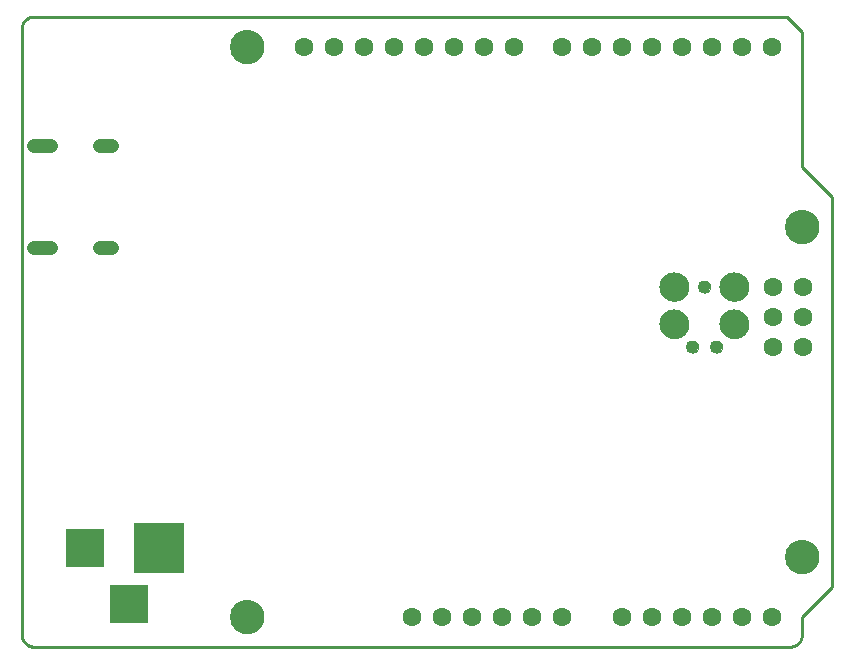
<source format=gbs>
G75*
%MOIN*%
%OFA0B0*%
%FSLAX25Y25*%
%IPPOS*%
%LPD*%
%AMOC8*
5,1,8,0,0,1.08239X$1,22.5*
%
%ADD10C,0.01000*%
%ADD11C,0.00000*%
%ADD12C,0.11424*%
%ADD13C,0.04300*%
%ADD14C,0.09750*%
%ADD15C,0.06306*%
%ADD16C,0.04731*%
%ADD17R,0.13061X0.13061*%
%ADD18R,0.16998X0.16998*%
D10*
X0008793Y0007187D02*
X0008793Y0209313D01*
X0008795Y0209437D01*
X0008801Y0209560D01*
X0008810Y0209684D01*
X0008824Y0209806D01*
X0008841Y0209929D01*
X0008863Y0210051D01*
X0008888Y0210172D01*
X0008917Y0210292D01*
X0008949Y0210411D01*
X0008986Y0210530D01*
X0009026Y0210647D01*
X0009069Y0210762D01*
X0009117Y0210877D01*
X0009168Y0210989D01*
X0009222Y0211100D01*
X0009280Y0211210D01*
X0009341Y0211317D01*
X0009406Y0211423D01*
X0009474Y0211526D01*
X0009545Y0211627D01*
X0009619Y0211726D01*
X0009696Y0211823D01*
X0009777Y0211917D01*
X0009860Y0212008D01*
X0009946Y0212097D01*
X0010035Y0212183D01*
X0010126Y0212266D01*
X0010220Y0212347D01*
X0010317Y0212424D01*
X0010416Y0212498D01*
X0010517Y0212569D01*
X0010620Y0212637D01*
X0010726Y0212702D01*
X0010833Y0212763D01*
X0010943Y0212821D01*
X0011054Y0212875D01*
X0011166Y0212926D01*
X0011281Y0212974D01*
X0011396Y0213017D01*
X0011513Y0213057D01*
X0011632Y0213094D01*
X0011751Y0213126D01*
X0011871Y0213155D01*
X0011992Y0213180D01*
X0012114Y0213202D01*
X0012237Y0213219D01*
X0012359Y0213233D01*
X0012483Y0213242D01*
X0012606Y0213248D01*
X0012730Y0213250D01*
X0263793Y0213250D01*
X0268793Y0208250D01*
X0268793Y0163250D01*
X0278793Y0153250D01*
X0278793Y0023250D01*
X0268793Y0013250D01*
X0268793Y0007187D01*
X0268791Y0007063D01*
X0268785Y0006940D01*
X0268776Y0006816D01*
X0268762Y0006694D01*
X0268745Y0006571D01*
X0268723Y0006449D01*
X0268698Y0006328D01*
X0268669Y0006208D01*
X0268637Y0006089D01*
X0268600Y0005970D01*
X0268560Y0005853D01*
X0268517Y0005738D01*
X0268469Y0005623D01*
X0268418Y0005511D01*
X0268364Y0005400D01*
X0268306Y0005290D01*
X0268245Y0005183D01*
X0268180Y0005077D01*
X0268112Y0004974D01*
X0268041Y0004873D01*
X0267967Y0004774D01*
X0267890Y0004677D01*
X0267809Y0004583D01*
X0267726Y0004492D01*
X0267640Y0004403D01*
X0267551Y0004317D01*
X0267460Y0004234D01*
X0267366Y0004153D01*
X0267269Y0004076D01*
X0267170Y0004002D01*
X0267069Y0003931D01*
X0266966Y0003863D01*
X0266860Y0003798D01*
X0266753Y0003737D01*
X0266643Y0003679D01*
X0266532Y0003625D01*
X0266420Y0003574D01*
X0266305Y0003526D01*
X0266190Y0003483D01*
X0266073Y0003443D01*
X0265954Y0003406D01*
X0265835Y0003374D01*
X0265715Y0003345D01*
X0265594Y0003320D01*
X0265472Y0003298D01*
X0265349Y0003281D01*
X0265227Y0003267D01*
X0265103Y0003258D01*
X0264980Y0003252D01*
X0264856Y0003250D01*
X0012730Y0003250D01*
X0012606Y0003252D01*
X0012483Y0003258D01*
X0012359Y0003267D01*
X0012237Y0003281D01*
X0012114Y0003298D01*
X0011992Y0003320D01*
X0011871Y0003345D01*
X0011751Y0003374D01*
X0011632Y0003406D01*
X0011513Y0003443D01*
X0011396Y0003483D01*
X0011281Y0003526D01*
X0011166Y0003574D01*
X0011054Y0003625D01*
X0010943Y0003679D01*
X0010833Y0003737D01*
X0010726Y0003798D01*
X0010620Y0003863D01*
X0010517Y0003931D01*
X0010416Y0004002D01*
X0010317Y0004076D01*
X0010220Y0004153D01*
X0010126Y0004234D01*
X0010035Y0004317D01*
X0009946Y0004403D01*
X0009860Y0004492D01*
X0009777Y0004583D01*
X0009696Y0004677D01*
X0009619Y0004774D01*
X0009545Y0004873D01*
X0009474Y0004974D01*
X0009406Y0005077D01*
X0009341Y0005183D01*
X0009280Y0005290D01*
X0009222Y0005400D01*
X0009168Y0005511D01*
X0009117Y0005623D01*
X0009069Y0005738D01*
X0009026Y0005853D01*
X0008986Y0005970D01*
X0008949Y0006089D01*
X0008917Y0006208D01*
X0008888Y0006328D01*
X0008863Y0006449D01*
X0008841Y0006571D01*
X0008824Y0006694D01*
X0008810Y0006816D01*
X0008801Y0006940D01*
X0008795Y0007063D01*
X0008793Y0007187D01*
D11*
X0078281Y0013250D02*
X0078283Y0013398D01*
X0078289Y0013546D01*
X0078299Y0013694D01*
X0078313Y0013841D01*
X0078331Y0013988D01*
X0078352Y0014134D01*
X0078378Y0014280D01*
X0078408Y0014425D01*
X0078441Y0014569D01*
X0078479Y0014712D01*
X0078520Y0014854D01*
X0078565Y0014995D01*
X0078613Y0015135D01*
X0078666Y0015274D01*
X0078722Y0015411D01*
X0078782Y0015546D01*
X0078845Y0015680D01*
X0078912Y0015812D01*
X0078983Y0015942D01*
X0079057Y0016070D01*
X0079134Y0016196D01*
X0079215Y0016320D01*
X0079299Y0016442D01*
X0079386Y0016561D01*
X0079477Y0016678D01*
X0079571Y0016793D01*
X0079667Y0016905D01*
X0079767Y0017015D01*
X0079869Y0017121D01*
X0079975Y0017225D01*
X0080083Y0017326D01*
X0080194Y0017424D01*
X0080307Y0017520D01*
X0080423Y0017612D01*
X0080541Y0017701D01*
X0080662Y0017786D01*
X0080785Y0017869D01*
X0080910Y0017948D01*
X0081037Y0018024D01*
X0081166Y0018096D01*
X0081297Y0018165D01*
X0081430Y0018230D01*
X0081565Y0018291D01*
X0081701Y0018349D01*
X0081838Y0018404D01*
X0081977Y0018454D01*
X0082118Y0018501D01*
X0082259Y0018544D01*
X0082402Y0018584D01*
X0082546Y0018619D01*
X0082690Y0018651D01*
X0082836Y0018678D01*
X0082982Y0018702D01*
X0083129Y0018722D01*
X0083276Y0018738D01*
X0083423Y0018750D01*
X0083571Y0018758D01*
X0083719Y0018762D01*
X0083867Y0018762D01*
X0084015Y0018758D01*
X0084163Y0018750D01*
X0084310Y0018738D01*
X0084457Y0018722D01*
X0084604Y0018702D01*
X0084750Y0018678D01*
X0084896Y0018651D01*
X0085040Y0018619D01*
X0085184Y0018584D01*
X0085327Y0018544D01*
X0085468Y0018501D01*
X0085609Y0018454D01*
X0085748Y0018404D01*
X0085885Y0018349D01*
X0086021Y0018291D01*
X0086156Y0018230D01*
X0086289Y0018165D01*
X0086420Y0018096D01*
X0086549Y0018024D01*
X0086676Y0017948D01*
X0086801Y0017869D01*
X0086924Y0017786D01*
X0087045Y0017701D01*
X0087163Y0017612D01*
X0087279Y0017520D01*
X0087392Y0017424D01*
X0087503Y0017326D01*
X0087611Y0017225D01*
X0087717Y0017121D01*
X0087819Y0017015D01*
X0087919Y0016905D01*
X0088015Y0016793D01*
X0088109Y0016678D01*
X0088200Y0016561D01*
X0088287Y0016442D01*
X0088371Y0016320D01*
X0088452Y0016196D01*
X0088529Y0016070D01*
X0088603Y0015942D01*
X0088674Y0015812D01*
X0088741Y0015680D01*
X0088804Y0015546D01*
X0088864Y0015411D01*
X0088920Y0015274D01*
X0088973Y0015135D01*
X0089021Y0014995D01*
X0089066Y0014854D01*
X0089107Y0014712D01*
X0089145Y0014569D01*
X0089178Y0014425D01*
X0089208Y0014280D01*
X0089234Y0014134D01*
X0089255Y0013988D01*
X0089273Y0013841D01*
X0089287Y0013694D01*
X0089297Y0013546D01*
X0089303Y0013398D01*
X0089305Y0013250D01*
X0089303Y0013102D01*
X0089297Y0012954D01*
X0089287Y0012806D01*
X0089273Y0012659D01*
X0089255Y0012512D01*
X0089234Y0012366D01*
X0089208Y0012220D01*
X0089178Y0012075D01*
X0089145Y0011931D01*
X0089107Y0011788D01*
X0089066Y0011646D01*
X0089021Y0011505D01*
X0088973Y0011365D01*
X0088920Y0011226D01*
X0088864Y0011089D01*
X0088804Y0010954D01*
X0088741Y0010820D01*
X0088674Y0010688D01*
X0088603Y0010558D01*
X0088529Y0010430D01*
X0088452Y0010304D01*
X0088371Y0010180D01*
X0088287Y0010058D01*
X0088200Y0009939D01*
X0088109Y0009822D01*
X0088015Y0009707D01*
X0087919Y0009595D01*
X0087819Y0009485D01*
X0087717Y0009379D01*
X0087611Y0009275D01*
X0087503Y0009174D01*
X0087392Y0009076D01*
X0087279Y0008980D01*
X0087163Y0008888D01*
X0087045Y0008799D01*
X0086924Y0008714D01*
X0086801Y0008631D01*
X0086676Y0008552D01*
X0086549Y0008476D01*
X0086420Y0008404D01*
X0086289Y0008335D01*
X0086156Y0008270D01*
X0086021Y0008209D01*
X0085885Y0008151D01*
X0085748Y0008096D01*
X0085609Y0008046D01*
X0085468Y0007999D01*
X0085327Y0007956D01*
X0085184Y0007916D01*
X0085040Y0007881D01*
X0084896Y0007849D01*
X0084750Y0007822D01*
X0084604Y0007798D01*
X0084457Y0007778D01*
X0084310Y0007762D01*
X0084163Y0007750D01*
X0084015Y0007742D01*
X0083867Y0007738D01*
X0083719Y0007738D01*
X0083571Y0007742D01*
X0083423Y0007750D01*
X0083276Y0007762D01*
X0083129Y0007778D01*
X0082982Y0007798D01*
X0082836Y0007822D01*
X0082690Y0007849D01*
X0082546Y0007881D01*
X0082402Y0007916D01*
X0082259Y0007956D01*
X0082118Y0007999D01*
X0081977Y0008046D01*
X0081838Y0008096D01*
X0081701Y0008151D01*
X0081565Y0008209D01*
X0081430Y0008270D01*
X0081297Y0008335D01*
X0081166Y0008404D01*
X0081037Y0008476D01*
X0080910Y0008552D01*
X0080785Y0008631D01*
X0080662Y0008714D01*
X0080541Y0008799D01*
X0080423Y0008888D01*
X0080307Y0008980D01*
X0080194Y0009076D01*
X0080083Y0009174D01*
X0079975Y0009275D01*
X0079869Y0009379D01*
X0079767Y0009485D01*
X0079667Y0009595D01*
X0079571Y0009707D01*
X0079477Y0009822D01*
X0079386Y0009939D01*
X0079299Y0010058D01*
X0079215Y0010180D01*
X0079134Y0010304D01*
X0079057Y0010430D01*
X0078983Y0010558D01*
X0078912Y0010688D01*
X0078845Y0010820D01*
X0078782Y0010954D01*
X0078722Y0011089D01*
X0078666Y0011226D01*
X0078613Y0011365D01*
X0078565Y0011505D01*
X0078520Y0011646D01*
X0078479Y0011788D01*
X0078441Y0011931D01*
X0078408Y0012075D01*
X0078378Y0012220D01*
X0078352Y0012366D01*
X0078331Y0012512D01*
X0078313Y0012659D01*
X0078299Y0012806D01*
X0078289Y0012954D01*
X0078283Y0013102D01*
X0078281Y0013250D01*
X0221618Y0110750D02*
X0221620Y0110887D01*
X0221626Y0111023D01*
X0221636Y0111159D01*
X0221650Y0111295D01*
X0221668Y0111431D01*
X0221690Y0111566D01*
X0221715Y0111700D01*
X0221745Y0111833D01*
X0221779Y0111965D01*
X0221816Y0112097D01*
X0221857Y0112227D01*
X0221903Y0112356D01*
X0221951Y0112484D01*
X0222004Y0112610D01*
X0222060Y0112734D01*
X0222120Y0112857D01*
X0222183Y0112978D01*
X0222250Y0113097D01*
X0222320Y0113214D01*
X0222394Y0113330D01*
X0222471Y0113442D01*
X0222551Y0113553D01*
X0222635Y0113661D01*
X0222722Y0113767D01*
X0222811Y0113870D01*
X0222904Y0113970D01*
X0222999Y0114068D01*
X0223098Y0114163D01*
X0223199Y0114255D01*
X0223303Y0114343D01*
X0223409Y0114429D01*
X0223518Y0114512D01*
X0223629Y0114591D01*
X0223742Y0114668D01*
X0223858Y0114741D01*
X0223975Y0114810D01*
X0224095Y0114876D01*
X0224216Y0114938D01*
X0224340Y0114997D01*
X0224465Y0115053D01*
X0224591Y0115104D01*
X0224719Y0115152D01*
X0224848Y0115196D01*
X0224979Y0115237D01*
X0225111Y0115273D01*
X0225243Y0115306D01*
X0225377Y0115334D01*
X0225511Y0115359D01*
X0225646Y0115380D01*
X0225782Y0115397D01*
X0225918Y0115410D01*
X0226054Y0115419D01*
X0226191Y0115424D01*
X0226327Y0115425D01*
X0226464Y0115422D01*
X0226600Y0115415D01*
X0226736Y0115404D01*
X0226872Y0115389D01*
X0227007Y0115370D01*
X0227142Y0115347D01*
X0227276Y0115320D01*
X0227409Y0115290D01*
X0227541Y0115255D01*
X0227673Y0115217D01*
X0227802Y0115175D01*
X0227931Y0115129D01*
X0228058Y0115079D01*
X0228184Y0115025D01*
X0228308Y0114968D01*
X0228431Y0114908D01*
X0228551Y0114843D01*
X0228670Y0114776D01*
X0228786Y0114705D01*
X0228901Y0114630D01*
X0229013Y0114552D01*
X0229123Y0114471D01*
X0229231Y0114387D01*
X0229336Y0114299D01*
X0229438Y0114209D01*
X0229538Y0114116D01*
X0229635Y0114019D01*
X0229729Y0113920D01*
X0229820Y0113819D01*
X0229908Y0113714D01*
X0229993Y0113607D01*
X0230075Y0113498D01*
X0230154Y0113386D01*
X0230229Y0113272D01*
X0230301Y0113156D01*
X0230370Y0113038D01*
X0230435Y0112918D01*
X0230497Y0112796D01*
X0230555Y0112672D01*
X0230609Y0112547D01*
X0230660Y0112420D01*
X0230706Y0112292D01*
X0230750Y0112162D01*
X0230789Y0112031D01*
X0230825Y0111899D01*
X0230856Y0111766D01*
X0230884Y0111633D01*
X0230908Y0111498D01*
X0230928Y0111363D01*
X0230944Y0111227D01*
X0230956Y0111091D01*
X0230964Y0110955D01*
X0230968Y0110818D01*
X0230968Y0110682D01*
X0230964Y0110545D01*
X0230956Y0110409D01*
X0230944Y0110273D01*
X0230928Y0110137D01*
X0230908Y0110002D01*
X0230884Y0109867D01*
X0230856Y0109734D01*
X0230825Y0109601D01*
X0230789Y0109469D01*
X0230750Y0109338D01*
X0230706Y0109208D01*
X0230660Y0109080D01*
X0230609Y0108953D01*
X0230555Y0108828D01*
X0230497Y0108704D01*
X0230435Y0108582D01*
X0230370Y0108462D01*
X0230301Y0108344D01*
X0230229Y0108228D01*
X0230154Y0108114D01*
X0230075Y0108002D01*
X0229993Y0107893D01*
X0229908Y0107786D01*
X0229820Y0107681D01*
X0229729Y0107580D01*
X0229635Y0107481D01*
X0229538Y0107384D01*
X0229438Y0107291D01*
X0229336Y0107201D01*
X0229231Y0107113D01*
X0229123Y0107029D01*
X0229013Y0106948D01*
X0228901Y0106870D01*
X0228786Y0106795D01*
X0228670Y0106724D01*
X0228551Y0106657D01*
X0228431Y0106592D01*
X0228308Y0106532D01*
X0228184Y0106475D01*
X0228058Y0106421D01*
X0227931Y0106371D01*
X0227802Y0106325D01*
X0227673Y0106283D01*
X0227541Y0106245D01*
X0227409Y0106210D01*
X0227276Y0106180D01*
X0227142Y0106153D01*
X0227007Y0106130D01*
X0226872Y0106111D01*
X0226736Y0106096D01*
X0226600Y0106085D01*
X0226464Y0106078D01*
X0226327Y0106075D01*
X0226191Y0106076D01*
X0226054Y0106081D01*
X0225918Y0106090D01*
X0225782Y0106103D01*
X0225646Y0106120D01*
X0225511Y0106141D01*
X0225377Y0106166D01*
X0225243Y0106194D01*
X0225111Y0106227D01*
X0224979Y0106263D01*
X0224848Y0106304D01*
X0224719Y0106348D01*
X0224591Y0106396D01*
X0224465Y0106447D01*
X0224340Y0106503D01*
X0224216Y0106562D01*
X0224095Y0106624D01*
X0223975Y0106690D01*
X0223858Y0106759D01*
X0223742Y0106832D01*
X0223629Y0106909D01*
X0223518Y0106988D01*
X0223409Y0107071D01*
X0223303Y0107157D01*
X0223199Y0107245D01*
X0223098Y0107337D01*
X0222999Y0107432D01*
X0222904Y0107530D01*
X0222811Y0107630D01*
X0222722Y0107733D01*
X0222635Y0107839D01*
X0222551Y0107947D01*
X0222471Y0108058D01*
X0222394Y0108170D01*
X0222320Y0108286D01*
X0222250Y0108403D01*
X0222183Y0108522D01*
X0222120Y0108643D01*
X0222060Y0108766D01*
X0222004Y0108890D01*
X0221951Y0109016D01*
X0221903Y0109144D01*
X0221857Y0109273D01*
X0221816Y0109403D01*
X0221779Y0109535D01*
X0221745Y0109667D01*
X0221715Y0109800D01*
X0221690Y0109934D01*
X0221668Y0110069D01*
X0221650Y0110205D01*
X0221636Y0110341D01*
X0221626Y0110477D01*
X0221620Y0110613D01*
X0221618Y0110750D01*
X0230343Y0103250D02*
X0230345Y0103338D01*
X0230351Y0103426D01*
X0230361Y0103514D01*
X0230375Y0103601D01*
X0230393Y0103687D01*
X0230414Y0103772D01*
X0230440Y0103857D01*
X0230469Y0103940D01*
X0230502Y0104022D01*
X0230539Y0104102D01*
X0230579Y0104180D01*
X0230623Y0104257D01*
X0230670Y0104331D01*
X0230721Y0104403D01*
X0230774Y0104473D01*
X0230831Y0104541D01*
X0230891Y0104605D01*
X0230954Y0104667D01*
X0231019Y0104726D01*
X0231087Y0104782D01*
X0231158Y0104835D01*
X0231230Y0104885D01*
X0231305Y0104931D01*
X0231382Y0104974D01*
X0231461Y0105014D01*
X0231542Y0105049D01*
X0231624Y0105082D01*
X0231707Y0105110D01*
X0231792Y0105135D01*
X0231878Y0105155D01*
X0231964Y0105172D01*
X0232051Y0105185D01*
X0232139Y0105194D01*
X0232227Y0105199D01*
X0232315Y0105200D01*
X0232403Y0105197D01*
X0232491Y0105190D01*
X0232578Y0105179D01*
X0232665Y0105164D01*
X0232751Y0105145D01*
X0232837Y0105123D01*
X0232921Y0105096D01*
X0233003Y0105066D01*
X0233085Y0105032D01*
X0233165Y0104994D01*
X0233242Y0104953D01*
X0233318Y0104909D01*
X0233392Y0104861D01*
X0233464Y0104809D01*
X0233533Y0104755D01*
X0233600Y0104697D01*
X0233664Y0104637D01*
X0233725Y0104573D01*
X0233784Y0104507D01*
X0233839Y0104439D01*
X0233891Y0104367D01*
X0233940Y0104294D01*
X0233985Y0104219D01*
X0234027Y0104141D01*
X0234066Y0104062D01*
X0234101Y0103981D01*
X0234132Y0103898D01*
X0234159Y0103815D01*
X0234183Y0103730D01*
X0234203Y0103644D01*
X0234219Y0103557D01*
X0234231Y0103470D01*
X0234239Y0103382D01*
X0234243Y0103294D01*
X0234243Y0103206D01*
X0234239Y0103118D01*
X0234231Y0103030D01*
X0234219Y0102943D01*
X0234203Y0102856D01*
X0234183Y0102770D01*
X0234159Y0102685D01*
X0234132Y0102602D01*
X0234101Y0102519D01*
X0234066Y0102438D01*
X0234027Y0102359D01*
X0233985Y0102281D01*
X0233940Y0102206D01*
X0233891Y0102133D01*
X0233839Y0102061D01*
X0233784Y0101993D01*
X0233725Y0101927D01*
X0233664Y0101863D01*
X0233600Y0101803D01*
X0233533Y0101745D01*
X0233464Y0101691D01*
X0233392Y0101639D01*
X0233318Y0101591D01*
X0233242Y0101547D01*
X0233165Y0101506D01*
X0233085Y0101468D01*
X0233003Y0101434D01*
X0232921Y0101404D01*
X0232837Y0101377D01*
X0232751Y0101355D01*
X0232665Y0101336D01*
X0232578Y0101321D01*
X0232491Y0101310D01*
X0232403Y0101303D01*
X0232315Y0101300D01*
X0232227Y0101301D01*
X0232139Y0101306D01*
X0232051Y0101315D01*
X0231964Y0101328D01*
X0231878Y0101345D01*
X0231792Y0101365D01*
X0231707Y0101390D01*
X0231624Y0101418D01*
X0231542Y0101451D01*
X0231461Y0101486D01*
X0231382Y0101526D01*
X0231305Y0101569D01*
X0231230Y0101615D01*
X0231158Y0101665D01*
X0231087Y0101718D01*
X0231019Y0101774D01*
X0230954Y0101833D01*
X0230891Y0101895D01*
X0230831Y0101959D01*
X0230774Y0102027D01*
X0230721Y0102097D01*
X0230670Y0102169D01*
X0230623Y0102243D01*
X0230579Y0102320D01*
X0230539Y0102398D01*
X0230502Y0102478D01*
X0230469Y0102560D01*
X0230440Y0102643D01*
X0230414Y0102728D01*
X0230393Y0102813D01*
X0230375Y0102899D01*
X0230361Y0102986D01*
X0230351Y0103074D01*
X0230345Y0103162D01*
X0230343Y0103250D01*
X0238343Y0103250D02*
X0238345Y0103338D01*
X0238351Y0103426D01*
X0238361Y0103514D01*
X0238375Y0103601D01*
X0238393Y0103687D01*
X0238414Y0103772D01*
X0238440Y0103857D01*
X0238469Y0103940D01*
X0238502Y0104022D01*
X0238539Y0104102D01*
X0238579Y0104180D01*
X0238623Y0104257D01*
X0238670Y0104331D01*
X0238721Y0104403D01*
X0238774Y0104473D01*
X0238831Y0104541D01*
X0238891Y0104605D01*
X0238954Y0104667D01*
X0239019Y0104726D01*
X0239087Y0104782D01*
X0239158Y0104835D01*
X0239230Y0104885D01*
X0239305Y0104931D01*
X0239382Y0104974D01*
X0239461Y0105014D01*
X0239542Y0105049D01*
X0239624Y0105082D01*
X0239707Y0105110D01*
X0239792Y0105135D01*
X0239878Y0105155D01*
X0239964Y0105172D01*
X0240051Y0105185D01*
X0240139Y0105194D01*
X0240227Y0105199D01*
X0240315Y0105200D01*
X0240403Y0105197D01*
X0240491Y0105190D01*
X0240578Y0105179D01*
X0240665Y0105164D01*
X0240751Y0105145D01*
X0240837Y0105123D01*
X0240921Y0105096D01*
X0241003Y0105066D01*
X0241085Y0105032D01*
X0241165Y0104994D01*
X0241242Y0104953D01*
X0241318Y0104909D01*
X0241392Y0104861D01*
X0241464Y0104809D01*
X0241533Y0104755D01*
X0241600Y0104697D01*
X0241664Y0104637D01*
X0241725Y0104573D01*
X0241784Y0104507D01*
X0241839Y0104439D01*
X0241891Y0104367D01*
X0241940Y0104294D01*
X0241985Y0104219D01*
X0242027Y0104141D01*
X0242066Y0104062D01*
X0242101Y0103981D01*
X0242132Y0103898D01*
X0242159Y0103815D01*
X0242183Y0103730D01*
X0242203Y0103644D01*
X0242219Y0103557D01*
X0242231Y0103470D01*
X0242239Y0103382D01*
X0242243Y0103294D01*
X0242243Y0103206D01*
X0242239Y0103118D01*
X0242231Y0103030D01*
X0242219Y0102943D01*
X0242203Y0102856D01*
X0242183Y0102770D01*
X0242159Y0102685D01*
X0242132Y0102602D01*
X0242101Y0102519D01*
X0242066Y0102438D01*
X0242027Y0102359D01*
X0241985Y0102281D01*
X0241940Y0102206D01*
X0241891Y0102133D01*
X0241839Y0102061D01*
X0241784Y0101993D01*
X0241725Y0101927D01*
X0241664Y0101863D01*
X0241600Y0101803D01*
X0241533Y0101745D01*
X0241464Y0101691D01*
X0241392Y0101639D01*
X0241318Y0101591D01*
X0241242Y0101547D01*
X0241165Y0101506D01*
X0241085Y0101468D01*
X0241003Y0101434D01*
X0240921Y0101404D01*
X0240837Y0101377D01*
X0240751Y0101355D01*
X0240665Y0101336D01*
X0240578Y0101321D01*
X0240491Y0101310D01*
X0240403Y0101303D01*
X0240315Y0101300D01*
X0240227Y0101301D01*
X0240139Y0101306D01*
X0240051Y0101315D01*
X0239964Y0101328D01*
X0239878Y0101345D01*
X0239792Y0101365D01*
X0239707Y0101390D01*
X0239624Y0101418D01*
X0239542Y0101451D01*
X0239461Y0101486D01*
X0239382Y0101526D01*
X0239305Y0101569D01*
X0239230Y0101615D01*
X0239158Y0101665D01*
X0239087Y0101718D01*
X0239019Y0101774D01*
X0238954Y0101833D01*
X0238891Y0101895D01*
X0238831Y0101959D01*
X0238774Y0102027D01*
X0238721Y0102097D01*
X0238670Y0102169D01*
X0238623Y0102243D01*
X0238579Y0102320D01*
X0238539Y0102398D01*
X0238502Y0102478D01*
X0238469Y0102560D01*
X0238440Y0102643D01*
X0238414Y0102728D01*
X0238393Y0102813D01*
X0238375Y0102899D01*
X0238361Y0102986D01*
X0238351Y0103074D01*
X0238345Y0103162D01*
X0238343Y0103250D01*
X0241618Y0110750D02*
X0241620Y0110887D01*
X0241626Y0111023D01*
X0241636Y0111159D01*
X0241650Y0111295D01*
X0241668Y0111431D01*
X0241690Y0111566D01*
X0241715Y0111700D01*
X0241745Y0111833D01*
X0241779Y0111965D01*
X0241816Y0112097D01*
X0241857Y0112227D01*
X0241903Y0112356D01*
X0241951Y0112484D01*
X0242004Y0112610D01*
X0242060Y0112734D01*
X0242120Y0112857D01*
X0242183Y0112978D01*
X0242250Y0113097D01*
X0242320Y0113214D01*
X0242394Y0113330D01*
X0242471Y0113442D01*
X0242551Y0113553D01*
X0242635Y0113661D01*
X0242722Y0113767D01*
X0242811Y0113870D01*
X0242904Y0113970D01*
X0242999Y0114068D01*
X0243098Y0114163D01*
X0243199Y0114255D01*
X0243303Y0114343D01*
X0243409Y0114429D01*
X0243518Y0114512D01*
X0243629Y0114591D01*
X0243742Y0114668D01*
X0243858Y0114741D01*
X0243975Y0114810D01*
X0244095Y0114876D01*
X0244216Y0114938D01*
X0244340Y0114997D01*
X0244465Y0115053D01*
X0244591Y0115104D01*
X0244719Y0115152D01*
X0244848Y0115196D01*
X0244979Y0115237D01*
X0245111Y0115273D01*
X0245243Y0115306D01*
X0245377Y0115334D01*
X0245511Y0115359D01*
X0245646Y0115380D01*
X0245782Y0115397D01*
X0245918Y0115410D01*
X0246054Y0115419D01*
X0246191Y0115424D01*
X0246327Y0115425D01*
X0246464Y0115422D01*
X0246600Y0115415D01*
X0246736Y0115404D01*
X0246872Y0115389D01*
X0247007Y0115370D01*
X0247142Y0115347D01*
X0247276Y0115320D01*
X0247409Y0115290D01*
X0247541Y0115255D01*
X0247673Y0115217D01*
X0247802Y0115175D01*
X0247931Y0115129D01*
X0248058Y0115079D01*
X0248184Y0115025D01*
X0248308Y0114968D01*
X0248431Y0114908D01*
X0248551Y0114843D01*
X0248670Y0114776D01*
X0248786Y0114705D01*
X0248901Y0114630D01*
X0249013Y0114552D01*
X0249123Y0114471D01*
X0249231Y0114387D01*
X0249336Y0114299D01*
X0249438Y0114209D01*
X0249538Y0114116D01*
X0249635Y0114019D01*
X0249729Y0113920D01*
X0249820Y0113819D01*
X0249908Y0113714D01*
X0249993Y0113607D01*
X0250075Y0113498D01*
X0250154Y0113386D01*
X0250229Y0113272D01*
X0250301Y0113156D01*
X0250370Y0113038D01*
X0250435Y0112918D01*
X0250497Y0112796D01*
X0250555Y0112672D01*
X0250609Y0112547D01*
X0250660Y0112420D01*
X0250706Y0112292D01*
X0250750Y0112162D01*
X0250789Y0112031D01*
X0250825Y0111899D01*
X0250856Y0111766D01*
X0250884Y0111633D01*
X0250908Y0111498D01*
X0250928Y0111363D01*
X0250944Y0111227D01*
X0250956Y0111091D01*
X0250964Y0110955D01*
X0250968Y0110818D01*
X0250968Y0110682D01*
X0250964Y0110545D01*
X0250956Y0110409D01*
X0250944Y0110273D01*
X0250928Y0110137D01*
X0250908Y0110002D01*
X0250884Y0109867D01*
X0250856Y0109734D01*
X0250825Y0109601D01*
X0250789Y0109469D01*
X0250750Y0109338D01*
X0250706Y0109208D01*
X0250660Y0109080D01*
X0250609Y0108953D01*
X0250555Y0108828D01*
X0250497Y0108704D01*
X0250435Y0108582D01*
X0250370Y0108462D01*
X0250301Y0108344D01*
X0250229Y0108228D01*
X0250154Y0108114D01*
X0250075Y0108002D01*
X0249993Y0107893D01*
X0249908Y0107786D01*
X0249820Y0107681D01*
X0249729Y0107580D01*
X0249635Y0107481D01*
X0249538Y0107384D01*
X0249438Y0107291D01*
X0249336Y0107201D01*
X0249231Y0107113D01*
X0249123Y0107029D01*
X0249013Y0106948D01*
X0248901Y0106870D01*
X0248786Y0106795D01*
X0248670Y0106724D01*
X0248551Y0106657D01*
X0248431Y0106592D01*
X0248308Y0106532D01*
X0248184Y0106475D01*
X0248058Y0106421D01*
X0247931Y0106371D01*
X0247802Y0106325D01*
X0247673Y0106283D01*
X0247541Y0106245D01*
X0247409Y0106210D01*
X0247276Y0106180D01*
X0247142Y0106153D01*
X0247007Y0106130D01*
X0246872Y0106111D01*
X0246736Y0106096D01*
X0246600Y0106085D01*
X0246464Y0106078D01*
X0246327Y0106075D01*
X0246191Y0106076D01*
X0246054Y0106081D01*
X0245918Y0106090D01*
X0245782Y0106103D01*
X0245646Y0106120D01*
X0245511Y0106141D01*
X0245377Y0106166D01*
X0245243Y0106194D01*
X0245111Y0106227D01*
X0244979Y0106263D01*
X0244848Y0106304D01*
X0244719Y0106348D01*
X0244591Y0106396D01*
X0244465Y0106447D01*
X0244340Y0106503D01*
X0244216Y0106562D01*
X0244095Y0106624D01*
X0243975Y0106690D01*
X0243858Y0106759D01*
X0243742Y0106832D01*
X0243629Y0106909D01*
X0243518Y0106988D01*
X0243409Y0107071D01*
X0243303Y0107157D01*
X0243199Y0107245D01*
X0243098Y0107337D01*
X0242999Y0107432D01*
X0242904Y0107530D01*
X0242811Y0107630D01*
X0242722Y0107733D01*
X0242635Y0107839D01*
X0242551Y0107947D01*
X0242471Y0108058D01*
X0242394Y0108170D01*
X0242320Y0108286D01*
X0242250Y0108403D01*
X0242183Y0108522D01*
X0242120Y0108643D01*
X0242060Y0108766D01*
X0242004Y0108890D01*
X0241951Y0109016D01*
X0241903Y0109144D01*
X0241857Y0109273D01*
X0241816Y0109403D01*
X0241779Y0109535D01*
X0241745Y0109667D01*
X0241715Y0109800D01*
X0241690Y0109934D01*
X0241668Y0110069D01*
X0241650Y0110205D01*
X0241636Y0110341D01*
X0241626Y0110477D01*
X0241620Y0110613D01*
X0241618Y0110750D01*
X0241618Y0123250D02*
X0241620Y0123387D01*
X0241626Y0123523D01*
X0241636Y0123659D01*
X0241650Y0123795D01*
X0241668Y0123931D01*
X0241690Y0124066D01*
X0241715Y0124200D01*
X0241745Y0124333D01*
X0241779Y0124465D01*
X0241816Y0124597D01*
X0241857Y0124727D01*
X0241903Y0124856D01*
X0241951Y0124984D01*
X0242004Y0125110D01*
X0242060Y0125234D01*
X0242120Y0125357D01*
X0242183Y0125478D01*
X0242250Y0125597D01*
X0242320Y0125714D01*
X0242394Y0125830D01*
X0242471Y0125942D01*
X0242551Y0126053D01*
X0242635Y0126161D01*
X0242722Y0126267D01*
X0242811Y0126370D01*
X0242904Y0126470D01*
X0242999Y0126568D01*
X0243098Y0126663D01*
X0243199Y0126755D01*
X0243303Y0126843D01*
X0243409Y0126929D01*
X0243518Y0127012D01*
X0243629Y0127091D01*
X0243742Y0127168D01*
X0243858Y0127241D01*
X0243975Y0127310D01*
X0244095Y0127376D01*
X0244216Y0127438D01*
X0244340Y0127497D01*
X0244465Y0127553D01*
X0244591Y0127604D01*
X0244719Y0127652D01*
X0244848Y0127696D01*
X0244979Y0127737D01*
X0245111Y0127773D01*
X0245243Y0127806D01*
X0245377Y0127834D01*
X0245511Y0127859D01*
X0245646Y0127880D01*
X0245782Y0127897D01*
X0245918Y0127910D01*
X0246054Y0127919D01*
X0246191Y0127924D01*
X0246327Y0127925D01*
X0246464Y0127922D01*
X0246600Y0127915D01*
X0246736Y0127904D01*
X0246872Y0127889D01*
X0247007Y0127870D01*
X0247142Y0127847D01*
X0247276Y0127820D01*
X0247409Y0127790D01*
X0247541Y0127755D01*
X0247673Y0127717D01*
X0247802Y0127675D01*
X0247931Y0127629D01*
X0248058Y0127579D01*
X0248184Y0127525D01*
X0248308Y0127468D01*
X0248431Y0127408D01*
X0248551Y0127343D01*
X0248670Y0127276D01*
X0248786Y0127205D01*
X0248901Y0127130D01*
X0249013Y0127052D01*
X0249123Y0126971D01*
X0249231Y0126887D01*
X0249336Y0126799D01*
X0249438Y0126709D01*
X0249538Y0126616D01*
X0249635Y0126519D01*
X0249729Y0126420D01*
X0249820Y0126319D01*
X0249908Y0126214D01*
X0249993Y0126107D01*
X0250075Y0125998D01*
X0250154Y0125886D01*
X0250229Y0125772D01*
X0250301Y0125656D01*
X0250370Y0125538D01*
X0250435Y0125418D01*
X0250497Y0125296D01*
X0250555Y0125172D01*
X0250609Y0125047D01*
X0250660Y0124920D01*
X0250706Y0124792D01*
X0250750Y0124662D01*
X0250789Y0124531D01*
X0250825Y0124399D01*
X0250856Y0124266D01*
X0250884Y0124133D01*
X0250908Y0123998D01*
X0250928Y0123863D01*
X0250944Y0123727D01*
X0250956Y0123591D01*
X0250964Y0123455D01*
X0250968Y0123318D01*
X0250968Y0123182D01*
X0250964Y0123045D01*
X0250956Y0122909D01*
X0250944Y0122773D01*
X0250928Y0122637D01*
X0250908Y0122502D01*
X0250884Y0122367D01*
X0250856Y0122234D01*
X0250825Y0122101D01*
X0250789Y0121969D01*
X0250750Y0121838D01*
X0250706Y0121708D01*
X0250660Y0121580D01*
X0250609Y0121453D01*
X0250555Y0121328D01*
X0250497Y0121204D01*
X0250435Y0121082D01*
X0250370Y0120962D01*
X0250301Y0120844D01*
X0250229Y0120728D01*
X0250154Y0120614D01*
X0250075Y0120502D01*
X0249993Y0120393D01*
X0249908Y0120286D01*
X0249820Y0120181D01*
X0249729Y0120080D01*
X0249635Y0119981D01*
X0249538Y0119884D01*
X0249438Y0119791D01*
X0249336Y0119701D01*
X0249231Y0119613D01*
X0249123Y0119529D01*
X0249013Y0119448D01*
X0248901Y0119370D01*
X0248786Y0119295D01*
X0248670Y0119224D01*
X0248551Y0119157D01*
X0248431Y0119092D01*
X0248308Y0119032D01*
X0248184Y0118975D01*
X0248058Y0118921D01*
X0247931Y0118871D01*
X0247802Y0118825D01*
X0247673Y0118783D01*
X0247541Y0118745D01*
X0247409Y0118710D01*
X0247276Y0118680D01*
X0247142Y0118653D01*
X0247007Y0118630D01*
X0246872Y0118611D01*
X0246736Y0118596D01*
X0246600Y0118585D01*
X0246464Y0118578D01*
X0246327Y0118575D01*
X0246191Y0118576D01*
X0246054Y0118581D01*
X0245918Y0118590D01*
X0245782Y0118603D01*
X0245646Y0118620D01*
X0245511Y0118641D01*
X0245377Y0118666D01*
X0245243Y0118694D01*
X0245111Y0118727D01*
X0244979Y0118763D01*
X0244848Y0118804D01*
X0244719Y0118848D01*
X0244591Y0118896D01*
X0244465Y0118947D01*
X0244340Y0119003D01*
X0244216Y0119062D01*
X0244095Y0119124D01*
X0243975Y0119190D01*
X0243858Y0119259D01*
X0243742Y0119332D01*
X0243629Y0119409D01*
X0243518Y0119488D01*
X0243409Y0119571D01*
X0243303Y0119657D01*
X0243199Y0119745D01*
X0243098Y0119837D01*
X0242999Y0119932D01*
X0242904Y0120030D01*
X0242811Y0120130D01*
X0242722Y0120233D01*
X0242635Y0120339D01*
X0242551Y0120447D01*
X0242471Y0120558D01*
X0242394Y0120670D01*
X0242320Y0120786D01*
X0242250Y0120903D01*
X0242183Y0121022D01*
X0242120Y0121143D01*
X0242060Y0121266D01*
X0242004Y0121390D01*
X0241951Y0121516D01*
X0241903Y0121644D01*
X0241857Y0121773D01*
X0241816Y0121903D01*
X0241779Y0122035D01*
X0241745Y0122167D01*
X0241715Y0122300D01*
X0241690Y0122434D01*
X0241668Y0122569D01*
X0241650Y0122705D01*
X0241636Y0122841D01*
X0241626Y0122977D01*
X0241620Y0123113D01*
X0241618Y0123250D01*
X0234343Y0123250D02*
X0234345Y0123338D01*
X0234351Y0123426D01*
X0234361Y0123514D01*
X0234375Y0123601D01*
X0234393Y0123687D01*
X0234414Y0123772D01*
X0234440Y0123857D01*
X0234469Y0123940D01*
X0234502Y0124022D01*
X0234539Y0124102D01*
X0234579Y0124180D01*
X0234623Y0124257D01*
X0234670Y0124331D01*
X0234721Y0124403D01*
X0234774Y0124473D01*
X0234831Y0124541D01*
X0234891Y0124605D01*
X0234954Y0124667D01*
X0235019Y0124726D01*
X0235087Y0124782D01*
X0235158Y0124835D01*
X0235230Y0124885D01*
X0235305Y0124931D01*
X0235382Y0124974D01*
X0235461Y0125014D01*
X0235542Y0125049D01*
X0235624Y0125082D01*
X0235707Y0125110D01*
X0235792Y0125135D01*
X0235878Y0125155D01*
X0235964Y0125172D01*
X0236051Y0125185D01*
X0236139Y0125194D01*
X0236227Y0125199D01*
X0236315Y0125200D01*
X0236403Y0125197D01*
X0236491Y0125190D01*
X0236578Y0125179D01*
X0236665Y0125164D01*
X0236751Y0125145D01*
X0236837Y0125123D01*
X0236921Y0125096D01*
X0237003Y0125066D01*
X0237085Y0125032D01*
X0237165Y0124994D01*
X0237242Y0124953D01*
X0237318Y0124909D01*
X0237392Y0124861D01*
X0237464Y0124809D01*
X0237533Y0124755D01*
X0237600Y0124697D01*
X0237664Y0124637D01*
X0237725Y0124573D01*
X0237784Y0124507D01*
X0237839Y0124439D01*
X0237891Y0124367D01*
X0237940Y0124294D01*
X0237985Y0124219D01*
X0238027Y0124141D01*
X0238066Y0124062D01*
X0238101Y0123981D01*
X0238132Y0123898D01*
X0238159Y0123815D01*
X0238183Y0123730D01*
X0238203Y0123644D01*
X0238219Y0123557D01*
X0238231Y0123470D01*
X0238239Y0123382D01*
X0238243Y0123294D01*
X0238243Y0123206D01*
X0238239Y0123118D01*
X0238231Y0123030D01*
X0238219Y0122943D01*
X0238203Y0122856D01*
X0238183Y0122770D01*
X0238159Y0122685D01*
X0238132Y0122602D01*
X0238101Y0122519D01*
X0238066Y0122438D01*
X0238027Y0122359D01*
X0237985Y0122281D01*
X0237940Y0122206D01*
X0237891Y0122133D01*
X0237839Y0122061D01*
X0237784Y0121993D01*
X0237725Y0121927D01*
X0237664Y0121863D01*
X0237600Y0121803D01*
X0237533Y0121745D01*
X0237464Y0121691D01*
X0237392Y0121639D01*
X0237318Y0121591D01*
X0237242Y0121547D01*
X0237165Y0121506D01*
X0237085Y0121468D01*
X0237003Y0121434D01*
X0236921Y0121404D01*
X0236837Y0121377D01*
X0236751Y0121355D01*
X0236665Y0121336D01*
X0236578Y0121321D01*
X0236491Y0121310D01*
X0236403Y0121303D01*
X0236315Y0121300D01*
X0236227Y0121301D01*
X0236139Y0121306D01*
X0236051Y0121315D01*
X0235964Y0121328D01*
X0235878Y0121345D01*
X0235792Y0121365D01*
X0235707Y0121390D01*
X0235624Y0121418D01*
X0235542Y0121451D01*
X0235461Y0121486D01*
X0235382Y0121526D01*
X0235305Y0121569D01*
X0235230Y0121615D01*
X0235158Y0121665D01*
X0235087Y0121718D01*
X0235019Y0121774D01*
X0234954Y0121833D01*
X0234891Y0121895D01*
X0234831Y0121959D01*
X0234774Y0122027D01*
X0234721Y0122097D01*
X0234670Y0122169D01*
X0234623Y0122243D01*
X0234579Y0122320D01*
X0234539Y0122398D01*
X0234502Y0122478D01*
X0234469Y0122560D01*
X0234440Y0122643D01*
X0234414Y0122728D01*
X0234393Y0122813D01*
X0234375Y0122899D01*
X0234361Y0122986D01*
X0234351Y0123074D01*
X0234345Y0123162D01*
X0234343Y0123250D01*
X0221618Y0123250D02*
X0221620Y0123387D01*
X0221626Y0123523D01*
X0221636Y0123659D01*
X0221650Y0123795D01*
X0221668Y0123931D01*
X0221690Y0124066D01*
X0221715Y0124200D01*
X0221745Y0124333D01*
X0221779Y0124465D01*
X0221816Y0124597D01*
X0221857Y0124727D01*
X0221903Y0124856D01*
X0221951Y0124984D01*
X0222004Y0125110D01*
X0222060Y0125234D01*
X0222120Y0125357D01*
X0222183Y0125478D01*
X0222250Y0125597D01*
X0222320Y0125714D01*
X0222394Y0125830D01*
X0222471Y0125942D01*
X0222551Y0126053D01*
X0222635Y0126161D01*
X0222722Y0126267D01*
X0222811Y0126370D01*
X0222904Y0126470D01*
X0222999Y0126568D01*
X0223098Y0126663D01*
X0223199Y0126755D01*
X0223303Y0126843D01*
X0223409Y0126929D01*
X0223518Y0127012D01*
X0223629Y0127091D01*
X0223742Y0127168D01*
X0223858Y0127241D01*
X0223975Y0127310D01*
X0224095Y0127376D01*
X0224216Y0127438D01*
X0224340Y0127497D01*
X0224465Y0127553D01*
X0224591Y0127604D01*
X0224719Y0127652D01*
X0224848Y0127696D01*
X0224979Y0127737D01*
X0225111Y0127773D01*
X0225243Y0127806D01*
X0225377Y0127834D01*
X0225511Y0127859D01*
X0225646Y0127880D01*
X0225782Y0127897D01*
X0225918Y0127910D01*
X0226054Y0127919D01*
X0226191Y0127924D01*
X0226327Y0127925D01*
X0226464Y0127922D01*
X0226600Y0127915D01*
X0226736Y0127904D01*
X0226872Y0127889D01*
X0227007Y0127870D01*
X0227142Y0127847D01*
X0227276Y0127820D01*
X0227409Y0127790D01*
X0227541Y0127755D01*
X0227673Y0127717D01*
X0227802Y0127675D01*
X0227931Y0127629D01*
X0228058Y0127579D01*
X0228184Y0127525D01*
X0228308Y0127468D01*
X0228431Y0127408D01*
X0228551Y0127343D01*
X0228670Y0127276D01*
X0228786Y0127205D01*
X0228901Y0127130D01*
X0229013Y0127052D01*
X0229123Y0126971D01*
X0229231Y0126887D01*
X0229336Y0126799D01*
X0229438Y0126709D01*
X0229538Y0126616D01*
X0229635Y0126519D01*
X0229729Y0126420D01*
X0229820Y0126319D01*
X0229908Y0126214D01*
X0229993Y0126107D01*
X0230075Y0125998D01*
X0230154Y0125886D01*
X0230229Y0125772D01*
X0230301Y0125656D01*
X0230370Y0125538D01*
X0230435Y0125418D01*
X0230497Y0125296D01*
X0230555Y0125172D01*
X0230609Y0125047D01*
X0230660Y0124920D01*
X0230706Y0124792D01*
X0230750Y0124662D01*
X0230789Y0124531D01*
X0230825Y0124399D01*
X0230856Y0124266D01*
X0230884Y0124133D01*
X0230908Y0123998D01*
X0230928Y0123863D01*
X0230944Y0123727D01*
X0230956Y0123591D01*
X0230964Y0123455D01*
X0230968Y0123318D01*
X0230968Y0123182D01*
X0230964Y0123045D01*
X0230956Y0122909D01*
X0230944Y0122773D01*
X0230928Y0122637D01*
X0230908Y0122502D01*
X0230884Y0122367D01*
X0230856Y0122234D01*
X0230825Y0122101D01*
X0230789Y0121969D01*
X0230750Y0121838D01*
X0230706Y0121708D01*
X0230660Y0121580D01*
X0230609Y0121453D01*
X0230555Y0121328D01*
X0230497Y0121204D01*
X0230435Y0121082D01*
X0230370Y0120962D01*
X0230301Y0120844D01*
X0230229Y0120728D01*
X0230154Y0120614D01*
X0230075Y0120502D01*
X0229993Y0120393D01*
X0229908Y0120286D01*
X0229820Y0120181D01*
X0229729Y0120080D01*
X0229635Y0119981D01*
X0229538Y0119884D01*
X0229438Y0119791D01*
X0229336Y0119701D01*
X0229231Y0119613D01*
X0229123Y0119529D01*
X0229013Y0119448D01*
X0228901Y0119370D01*
X0228786Y0119295D01*
X0228670Y0119224D01*
X0228551Y0119157D01*
X0228431Y0119092D01*
X0228308Y0119032D01*
X0228184Y0118975D01*
X0228058Y0118921D01*
X0227931Y0118871D01*
X0227802Y0118825D01*
X0227673Y0118783D01*
X0227541Y0118745D01*
X0227409Y0118710D01*
X0227276Y0118680D01*
X0227142Y0118653D01*
X0227007Y0118630D01*
X0226872Y0118611D01*
X0226736Y0118596D01*
X0226600Y0118585D01*
X0226464Y0118578D01*
X0226327Y0118575D01*
X0226191Y0118576D01*
X0226054Y0118581D01*
X0225918Y0118590D01*
X0225782Y0118603D01*
X0225646Y0118620D01*
X0225511Y0118641D01*
X0225377Y0118666D01*
X0225243Y0118694D01*
X0225111Y0118727D01*
X0224979Y0118763D01*
X0224848Y0118804D01*
X0224719Y0118848D01*
X0224591Y0118896D01*
X0224465Y0118947D01*
X0224340Y0119003D01*
X0224216Y0119062D01*
X0224095Y0119124D01*
X0223975Y0119190D01*
X0223858Y0119259D01*
X0223742Y0119332D01*
X0223629Y0119409D01*
X0223518Y0119488D01*
X0223409Y0119571D01*
X0223303Y0119657D01*
X0223199Y0119745D01*
X0223098Y0119837D01*
X0222999Y0119932D01*
X0222904Y0120030D01*
X0222811Y0120130D01*
X0222722Y0120233D01*
X0222635Y0120339D01*
X0222551Y0120447D01*
X0222471Y0120558D01*
X0222394Y0120670D01*
X0222320Y0120786D01*
X0222250Y0120903D01*
X0222183Y0121022D01*
X0222120Y0121143D01*
X0222060Y0121266D01*
X0222004Y0121390D01*
X0221951Y0121516D01*
X0221903Y0121644D01*
X0221857Y0121773D01*
X0221816Y0121903D01*
X0221779Y0122035D01*
X0221745Y0122167D01*
X0221715Y0122300D01*
X0221690Y0122434D01*
X0221668Y0122569D01*
X0221650Y0122705D01*
X0221636Y0122841D01*
X0221626Y0122977D01*
X0221620Y0123113D01*
X0221618Y0123250D01*
X0263281Y0143250D02*
X0263283Y0143398D01*
X0263289Y0143546D01*
X0263299Y0143694D01*
X0263313Y0143841D01*
X0263331Y0143988D01*
X0263352Y0144134D01*
X0263378Y0144280D01*
X0263408Y0144425D01*
X0263441Y0144569D01*
X0263479Y0144712D01*
X0263520Y0144854D01*
X0263565Y0144995D01*
X0263613Y0145135D01*
X0263666Y0145274D01*
X0263722Y0145411D01*
X0263782Y0145546D01*
X0263845Y0145680D01*
X0263912Y0145812D01*
X0263983Y0145942D01*
X0264057Y0146070D01*
X0264134Y0146196D01*
X0264215Y0146320D01*
X0264299Y0146442D01*
X0264386Y0146561D01*
X0264477Y0146678D01*
X0264571Y0146793D01*
X0264667Y0146905D01*
X0264767Y0147015D01*
X0264869Y0147121D01*
X0264975Y0147225D01*
X0265083Y0147326D01*
X0265194Y0147424D01*
X0265307Y0147520D01*
X0265423Y0147612D01*
X0265541Y0147701D01*
X0265662Y0147786D01*
X0265785Y0147869D01*
X0265910Y0147948D01*
X0266037Y0148024D01*
X0266166Y0148096D01*
X0266297Y0148165D01*
X0266430Y0148230D01*
X0266565Y0148291D01*
X0266701Y0148349D01*
X0266838Y0148404D01*
X0266977Y0148454D01*
X0267118Y0148501D01*
X0267259Y0148544D01*
X0267402Y0148584D01*
X0267546Y0148619D01*
X0267690Y0148651D01*
X0267836Y0148678D01*
X0267982Y0148702D01*
X0268129Y0148722D01*
X0268276Y0148738D01*
X0268423Y0148750D01*
X0268571Y0148758D01*
X0268719Y0148762D01*
X0268867Y0148762D01*
X0269015Y0148758D01*
X0269163Y0148750D01*
X0269310Y0148738D01*
X0269457Y0148722D01*
X0269604Y0148702D01*
X0269750Y0148678D01*
X0269896Y0148651D01*
X0270040Y0148619D01*
X0270184Y0148584D01*
X0270327Y0148544D01*
X0270468Y0148501D01*
X0270609Y0148454D01*
X0270748Y0148404D01*
X0270885Y0148349D01*
X0271021Y0148291D01*
X0271156Y0148230D01*
X0271289Y0148165D01*
X0271420Y0148096D01*
X0271549Y0148024D01*
X0271676Y0147948D01*
X0271801Y0147869D01*
X0271924Y0147786D01*
X0272045Y0147701D01*
X0272163Y0147612D01*
X0272279Y0147520D01*
X0272392Y0147424D01*
X0272503Y0147326D01*
X0272611Y0147225D01*
X0272717Y0147121D01*
X0272819Y0147015D01*
X0272919Y0146905D01*
X0273015Y0146793D01*
X0273109Y0146678D01*
X0273200Y0146561D01*
X0273287Y0146442D01*
X0273371Y0146320D01*
X0273452Y0146196D01*
X0273529Y0146070D01*
X0273603Y0145942D01*
X0273674Y0145812D01*
X0273741Y0145680D01*
X0273804Y0145546D01*
X0273864Y0145411D01*
X0273920Y0145274D01*
X0273973Y0145135D01*
X0274021Y0144995D01*
X0274066Y0144854D01*
X0274107Y0144712D01*
X0274145Y0144569D01*
X0274178Y0144425D01*
X0274208Y0144280D01*
X0274234Y0144134D01*
X0274255Y0143988D01*
X0274273Y0143841D01*
X0274287Y0143694D01*
X0274297Y0143546D01*
X0274303Y0143398D01*
X0274305Y0143250D01*
X0274303Y0143102D01*
X0274297Y0142954D01*
X0274287Y0142806D01*
X0274273Y0142659D01*
X0274255Y0142512D01*
X0274234Y0142366D01*
X0274208Y0142220D01*
X0274178Y0142075D01*
X0274145Y0141931D01*
X0274107Y0141788D01*
X0274066Y0141646D01*
X0274021Y0141505D01*
X0273973Y0141365D01*
X0273920Y0141226D01*
X0273864Y0141089D01*
X0273804Y0140954D01*
X0273741Y0140820D01*
X0273674Y0140688D01*
X0273603Y0140558D01*
X0273529Y0140430D01*
X0273452Y0140304D01*
X0273371Y0140180D01*
X0273287Y0140058D01*
X0273200Y0139939D01*
X0273109Y0139822D01*
X0273015Y0139707D01*
X0272919Y0139595D01*
X0272819Y0139485D01*
X0272717Y0139379D01*
X0272611Y0139275D01*
X0272503Y0139174D01*
X0272392Y0139076D01*
X0272279Y0138980D01*
X0272163Y0138888D01*
X0272045Y0138799D01*
X0271924Y0138714D01*
X0271801Y0138631D01*
X0271676Y0138552D01*
X0271549Y0138476D01*
X0271420Y0138404D01*
X0271289Y0138335D01*
X0271156Y0138270D01*
X0271021Y0138209D01*
X0270885Y0138151D01*
X0270748Y0138096D01*
X0270609Y0138046D01*
X0270468Y0137999D01*
X0270327Y0137956D01*
X0270184Y0137916D01*
X0270040Y0137881D01*
X0269896Y0137849D01*
X0269750Y0137822D01*
X0269604Y0137798D01*
X0269457Y0137778D01*
X0269310Y0137762D01*
X0269163Y0137750D01*
X0269015Y0137742D01*
X0268867Y0137738D01*
X0268719Y0137738D01*
X0268571Y0137742D01*
X0268423Y0137750D01*
X0268276Y0137762D01*
X0268129Y0137778D01*
X0267982Y0137798D01*
X0267836Y0137822D01*
X0267690Y0137849D01*
X0267546Y0137881D01*
X0267402Y0137916D01*
X0267259Y0137956D01*
X0267118Y0137999D01*
X0266977Y0138046D01*
X0266838Y0138096D01*
X0266701Y0138151D01*
X0266565Y0138209D01*
X0266430Y0138270D01*
X0266297Y0138335D01*
X0266166Y0138404D01*
X0266037Y0138476D01*
X0265910Y0138552D01*
X0265785Y0138631D01*
X0265662Y0138714D01*
X0265541Y0138799D01*
X0265423Y0138888D01*
X0265307Y0138980D01*
X0265194Y0139076D01*
X0265083Y0139174D01*
X0264975Y0139275D01*
X0264869Y0139379D01*
X0264767Y0139485D01*
X0264667Y0139595D01*
X0264571Y0139707D01*
X0264477Y0139822D01*
X0264386Y0139939D01*
X0264299Y0140058D01*
X0264215Y0140180D01*
X0264134Y0140304D01*
X0264057Y0140430D01*
X0263983Y0140558D01*
X0263912Y0140688D01*
X0263845Y0140820D01*
X0263782Y0140954D01*
X0263722Y0141089D01*
X0263666Y0141226D01*
X0263613Y0141365D01*
X0263565Y0141505D01*
X0263520Y0141646D01*
X0263479Y0141788D01*
X0263441Y0141931D01*
X0263408Y0142075D01*
X0263378Y0142220D01*
X0263352Y0142366D01*
X0263331Y0142512D01*
X0263313Y0142659D01*
X0263299Y0142806D01*
X0263289Y0142954D01*
X0263283Y0143102D01*
X0263281Y0143250D01*
X0263281Y0033250D02*
X0263283Y0033398D01*
X0263289Y0033546D01*
X0263299Y0033694D01*
X0263313Y0033841D01*
X0263331Y0033988D01*
X0263352Y0034134D01*
X0263378Y0034280D01*
X0263408Y0034425D01*
X0263441Y0034569D01*
X0263479Y0034712D01*
X0263520Y0034854D01*
X0263565Y0034995D01*
X0263613Y0035135D01*
X0263666Y0035274D01*
X0263722Y0035411D01*
X0263782Y0035546D01*
X0263845Y0035680D01*
X0263912Y0035812D01*
X0263983Y0035942D01*
X0264057Y0036070D01*
X0264134Y0036196D01*
X0264215Y0036320D01*
X0264299Y0036442D01*
X0264386Y0036561D01*
X0264477Y0036678D01*
X0264571Y0036793D01*
X0264667Y0036905D01*
X0264767Y0037015D01*
X0264869Y0037121D01*
X0264975Y0037225D01*
X0265083Y0037326D01*
X0265194Y0037424D01*
X0265307Y0037520D01*
X0265423Y0037612D01*
X0265541Y0037701D01*
X0265662Y0037786D01*
X0265785Y0037869D01*
X0265910Y0037948D01*
X0266037Y0038024D01*
X0266166Y0038096D01*
X0266297Y0038165D01*
X0266430Y0038230D01*
X0266565Y0038291D01*
X0266701Y0038349D01*
X0266838Y0038404D01*
X0266977Y0038454D01*
X0267118Y0038501D01*
X0267259Y0038544D01*
X0267402Y0038584D01*
X0267546Y0038619D01*
X0267690Y0038651D01*
X0267836Y0038678D01*
X0267982Y0038702D01*
X0268129Y0038722D01*
X0268276Y0038738D01*
X0268423Y0038750D01*
X0268571Y0038758D01*
X0268719Y0038762D01*
X0268867Y0038762D01*
X0269015Y0038758D01*
X0269163Y0038750D01*
X0269310Y0038738D01*
X0269457Y0038722D01*
X0269604Y0038702D01*
X0269750Y0038678D01*
X0269896Y0038651D01*
X0270040Y0038619D01*
X0270184Y0038584D01*
X0270327Y0038544D01*
X0270468Y0038501D01*
X0270609Y0038454D01*
X0270748Y0038404D01*
X0270885Y0038349D01*
X0271021Y0038291D01*
X0271156Y0038230D01*
X0271289Y0038165D01*
X0271420Y0038096D01*
X0271549Y0038024D01*
X0271676Y0037948D01*
X0271801Y0037869D01*
X0271924Y0037786D01*
X0272045Y0037701D01*
X0272163Y0037612D01*
X0272279Y0037520D01*
X0272392Y0037424D01*
X0272503Y0037326D01*
X0272611Y0037225D01*
X0272717Y0037121D01*
X0272819Y0037015D01*
X0272919Y0036905D01*
X0273015Y0036793D01*
X0273109Y0036678D01*
X0273200Y0036561D01*
X0273287Y0036442D01*
X0273371Y0036320D01*
X0273452Y0036196D01*
X0273529Y0036070D01*
X0273603Y0035942D01*
X0273674Y0035812D01*
X0273741Y0035680D01*
X0273804Y0035546D01*
X0273864Y0035411D01*
X0273920Y0035274D01*
X0273973Y0035135D01*
X0274021Y0034995D01*
X0274066Y0034854D01*
X0274107Y0034712D01*
X0274145Y0034569D01*
X0274178Y0034425D01*
X0274208Y0034280D01*
X0274234Y0034134D01*
X0274255Y0033988D01*
X0274273Y0033841D01*
X0274287Y0033694D01*
X0274297Y0033546D01*
X0274303Y0033398D01*
X0274305Y0033250D01*
X0274303Y0033102D01*
X0274297Y0032954D01*
X0274287Y0032806D01*
X0274273Y0032659D01*
X0274255Y0032512D01*
X0274234Y0032366D01*
X0274208Y0032220D01*
X0274178Y0032075D01*
X0274145Y0031931D01*
X0274107Y0031788D01*
X0274066Y0031646D01*
X0274021Y0031505D01*
X0273973Y0031365D01*
X0273920Y0031226D01*
X0273864Y0031089D01*
X0273804Y0030954D01*
X0273741Y0030820D01*
X0273674Y0030688D01*
X0273603Y0030558D01*
X0273529Y0030430D01*
X0273452Y0030304D01*
X0273371Y0030180D01*
X0273287Y0030058D01*
X0273200Y0029939D01*
X0273109Y0029822D01*
X0273015Y0029707D01*
X0272919Y0029595D01*
X0272819Y0029485D01*
X0272717Y0029379D01*
X0272611Y0029275D01*
X0272503Y0029174D01*
X0272392Y0029076D01*
X0272279Y0028980D01*
X0272163Y0028888D01*
X0272045Y0028799D01*
X0271924Y0028714D01*
X0271801Y0028631D01*
X0271676Y0028552D01*
X0271549Y0028476D01*
X0271420Y0028404D01*
X0271289Y0028335D01*
X0271156Y0028270D01*
X0271021Y0028209D01*
X0270885Y0028151D01*
X0270748Y0028096D01*
X0270609Y0028046D01*
X0270468Y0027999D01*
X0270327Y0027956D01*
X0270184Y0027916D01*
X0270040Y0027881D01*
X0269896Y0027849D01*
X0269750Y0027822D01*
X0269604Y0027798D01*
X0269457Y0027778D01*
X0269310Y0027762D01*
X0269163Y0027750D01*
X0269015Y0027742D01*
X0268867Y0027738D01*
X0268719Y0027738D01*
X0268571Y0027742D01*
X0268423Y0027750D01*
X0268276Y0027762D01*
X0268129Y0027778D01*
X0267982Y0027798D01*
X0267836Y0027822D01*
X0267690Y0027849D01*
X0267546Y0027881D01*
X0267402Y0027916D01*
X0267259Y0027956D01*
X0267118Y0027999D01*
X0266977Y0028046D01*
X0266838Y0028096D01*
X0266701Y0028151D01*
X0266565Y0028209D01*
X0266430Y0028270D01*
X0266297Y0028335D01*
X0266166Y0028404D01*
X0266037Y0028476D01*
X0265910Y0028552D01*
X0265785Y0028631D01*
X0265662Y0028714D01*
X0265541Y0028799D01*
X0265423Y0028888D01*
X0265307Y0028980D01*
X0265194Y0029076D01*
X0265083Y0029174D01*
X0264975Y0029275D01*
X0264869Y0029379D01*
X0264767Y0029485D01*
X0264667Y0029595D01*
X0264571Y0029707D01*
X0264477Y0029822D01*
X0264386Y0029939D01*
X0264299Y0030058D01*
X0264215Y0030180D01*
X0264134Y0030304D01*
X0264057Y0030430D01*
X0263983Y0030558D01*
X0263912Y0030688D01*
X0263845Y0030820D01*
X0263782Y0030954D01*
X0263722Y0031089D01*
X0263666Y0031226D01*
X0263613Y0031365D01*
X0263565Y0031505D01*
X0263520Y0031646D01*
X0263479Y0031788D01*
X0263441Y0031931D01*
X0263408Y0032075D01*
X0263378Y0032220D01*
X0263352Y0032366D01*
X0263331Y0032512D01*
X0263313Y0032659D01*
X0263299Y0032806D01*
X0263289Y0032954D01*
X0263283Y0033102D01*
X0263281Y0033250D01*
X0078281Y0203250D02*
X0078283Y0203398D01*
X0078289Y0203546D01*
X0078299Y0203694D01*
X0078313Y0203841D01*
X0078331Y0203988D01*
X0078352Y0204134D01*
X0078378Y0204280D01*
X0078408Y0204425D01*
X0078441Y0204569D01*
X0078479Y0204712D01*
X0078520Y0204854D01*
X0078565Y0204995D01*
X0078613Y0205135D01*
X0078666Y0205274D01*
X0078722Y0205411D01*
X0078782Y0205546D01*
X0078845Y0205680D01*
X0078912Y0205812D01*
X0078983Y0205942D01*
X0079057Y0206070D01*
X0079134Y0206196D01*
X0079215Y0206320D01*
X0079299Y0206442D01*
X0079386Y0206561D01*
X0079477Y0206678D01*
X0079571Y0206793D01*
X0079667Y0206905D01*
X0079767Y0207015D01*
X0079869Y0207121D01*
X0079975Y0207225D01*
X0080083Y0207326D01*
X0080194Y0207424D01*
X0080307Y0207520D01*
X0080423Y0207612D01*
X0080541Y0207701D01*
X0080662Y0207786D01*
X0080785Y0207869D01*
X0080910Y0207948D01*
X0081037Y0208024D01*
X0081166Y0208096D01*
X0081297Y0208165D01*
X0081430Y0208230D01*
X0081565Y0208291D01*
X0081701Y0208349D01*
X0081838Y0208404D01*
X0081977Y0208454D01*
X0082118Y0208501D01*
X0082259Y0208544D01*
X0082402Y0208584D01*
X0082546Y0208619D01*
X0082690Y0208651D01*
X0082836Y0208678D01*
X0082982Y0208702D01*
X0083129Y0208722D01*
X0083276Y0208738D01*
X0083423Y0208750D01*
X0083571Y0208758D01*
X0083719Y0208762D01*
X0083867Y0208762D01*
X0084015Y0208758D01*
X0084163Y0208750D01*
X0084310Y0208738D01*
X0084457Y0208722D01*
X0084604Y0208702D01*
X0084750Y0208678D01*
X0084896Y0208651D01*
X0085040Y0208619D01*
X0085184Y0208584D01*
X0085327Y0208544D01*
X0085468Y0208501D01*
X0085609Y0208454D01*
X0085748Y0208404D01*
X0085885Y0208349D01*
X0086021Y0208291D01*
X0086156Y0208230D01*
X0086289Y0208165D01*
X0086420Y0208096D01*
X0086549Y0208024D01*
X0086676Y0207948D01*
X0086801Y0207869D01*
X0086924Y0207786D01*
X0087045Y0207701D01*
X0087163Y0207612D01*
X0087279Y0207520D01*
X0087392Y0207424D01*
X0087503Y0207326D01*
X0087611Y0207225D01*
X0087717Y0207121D01*
X0087819Y0207015D01*
X0087919Y0206905D01*
X0088015Y0206793D01*
X0088109Y0206678D01*
X0088200Y0206561D01*
X0088287Y0206442D01*
X0088371Y0206320D01*
X0088452Y0206196D01*
X0088529Y0206070D01*
X0088603Y0205942D01*
X0088674Y0205812D01*
X0088741Y0205680D01*
X0088804Y0205546D01*
X0088864Y0205411D01*
X0088920Y0205274D01*
X0088973Y0205135D01*
X0089021Y0204995D01*
X0089066Y0204854D01*
X0089107Y0204712D01*
X0089145Y0204569D01*
X0089178Y0204425D01*
X0089208Y0204280D01*
X0089234Y0204134D01*
X0089255Y0203988D01*
X0089273Y0203841D01*
X0089287Y0203694D01*
X0089297Y0203546D01*
X0089303Y0203398D01*
X0089305Y0203250D01*
X0089303Y0203102D01*
X0089297Y0202954D01*
X0089287Y0202806D01*
X0089273Y0202659D01*
X0089255Y0202512D01*
X0089234Y0202366D01*
X0089208Y0202220D01*
X0089178Y0202075D01*
X0089145Y0201931D01*
X0089107Y0201788D01*
X0089066Y0201646D01*
X0089021Y0201505D01*
X0088973Y0201365D01*
X0088920Y0201226D01*
X0088864Y0201089D01*
X0088804Y0200954D01*
X0088741Y0200820D01*
X0088674Y0200688D01*
X0088603Y0200558D01*
X0088529Y0200430D01*
X0088452Y0200304D01*
X0088371Y0200180D01*
X0088287Y0200058D01*
X0088200Y0199939D01*
X0088109Y0199822D01*
X0088015Y0199707D01*
X0087919Y0199595D01*
X0087819Y0199485D01*
X0087717Y0199379D01*
X0087611Y0199275D01*
X0087503Y0199174D01*
X0087392Y0199076D01*
X0087279Y0198980D01*
X0087163Y0198888D01*
X0087045Y0198799D01*
X0086924Y0198714D01*
X0086801Y0198631D01*
X0086676Y0198552D01*
X0086549Y0198476D01*
X0086420Y0198404D01*
X0086289Y0198335D01*
X0086156Y0198270D01*
X0086021Y0198209D01*
X0085885Y0198151D01*
X0085748Y0198096D01*
X0085609Y0198046D01*
X0085468Y0197999D01*
X0085327Y0197956D01*
X0085184Y0197916D01*
X0085040Y0197881D01*
X0084896Y0197849D01*
X0084750Y0197822D01*
X0084604Y0197798D01*
X0084457Y0197778D01*
X0084310Y0197762D01*
X0084163Y0197750D01*
X0084015Y0197742D01*
X0083867Y0197738D01*
X0083719Y0197738D01*
X0083571Y0197742D01*
X0083423Y0197750D01*
X0083276Y0197762D01*
X0083129Y0197778D01*
X0082982Y0197798D01*
X0082836Y0197822D01*
X0082690Y0197849D01*
X0082546Y0197881D01*
X0082402Y0197916D01*
X0082259Y0197956D01*
X0082118Y0197999D01*
X0081977Y0198046D01*
X0081838Y0198096D01*
X0081701Y0198151D01*
X0081565Y0198209D01*
X0081430Y0198270D01*
X0081297Y0198335D01*
X0081166Y0198404D01*
X0081037Y0198476D01*
X0080910Y0198552D01*
X0080785Y0198631D01*
X0080662Y0198714D01*
X0080541Y0198799D01*
X0080423Y0198888D01*
X0080307Y0198980D01*
X0080194Y0199076D01*
X0080083Y0199174D01*
X0079975Y0199275D01*
X0079869Y0199379D01*
X0079767Y0199485D01*
X0079667Y0199595D01*
X0079571Y0199707D01*
X0079477Y0199822D01*
X0079386Y0199939D01*
X0079299Y0200058D01*
X0079215Y0200180D01*
X0079134Y0200304D01*
X0079057Y0200430D01*
X0078983Y0200558D01*
X0078912Y0200688D01*
X0078845Y0200820D01*
X0078782Y0200954D01*
X0078722Y0201089D01*
X0078666Y0201226D01*
X0078613Y0201365D01*
X0078565Y0201505D01*
X0078520Y0201646D01*
X0078479Y0201788D01*
X0078441Y0201931D01*
X0078408Y0202075D01*
X0078378Y0202220D01*
X0078352Y0202366D01*
X0078331Y0202512D01*
X0078313Y0202659D01*
X0078299Y0202806D01*
X0078289Y0202954D01*
X0078283Y0203102D01*
X0078281Y0203250D01*
D12*
X0083793Y0203250D03*
X0268793Y0143250D03*
X0268793Y0033250D03*
X0083793Y0013250D03*
D13*
X0232293Y0103250D03*
X0240293Y0103250D03*
X0236293Y0123250D03*
D14*
X0246293Y0123250D03*
X0246293Y0110750D03*
X0226293Y0110750D03*
X0226293Y0123250D03*
D15*
X0259293Y0123250D03*
X0269293Y0123250D03*
X0269293Y0113250D03*
X0259293Y0113250D03*
X0259293Y0103250D03*
X0269293Y0103250D03*
X0258793Y0013250D03*
X0248793Y0013250D03*
X0238793Y0013250D03*
X0228793Y0013250D03*
X0218793Y0013250D03*
X0208793Y0013250D03*
X0188793Y0013250D03*
X0178793Y0013250D03*
X0168793Y0013250D03*
X0158793Y0013250D03*
X0148793Y0013250D03*
X0138793Y0013250D03*
X0142793Y0203250D03*
X0132793Y0203250D03*
X0122793Y0203250D03*
X0112793Y0203250D03*
X0102793Y0203250D03*
X0152793Y0203250D03*
X0162793Y0203250D03*
X0172793Y0203250D03*
X0188793Y0203250D03*
X0198793Y0203250D03*
X0208793Y0203250D03*
X0218793Y0203250D03*
X0228793Y0203250D03*
X0238793Y0203250D03*
X0248793Y0203250D03*
X0258793Y0203250D03*
D16*
X0038762Y0170258D02*
X0034824Y0170258D01*
X0034824Y0170258D01*
X0038762Y0170258D01*
X0038762Y0170258D01*
X0018644Y0170258D02*
X0012738Y0170258D01*
X0012738Y0170258D01*
X0018644Y0170258D01*
X0018644Y0170258D01*
X0018644Y0136242D02*
X0012738Y0136242D01*
X0012738Y0136242D01*
X0018644Y0136242D01*
X0018644Y0136242D01*
X0034824Y0136242D02*
X0038762Y0136242D01*
X0034824Y0136242D02*
X0034824Y0136242D01*
X0038762Y0136242D01*
X0038762Y0136242D01*
D17*
X0029793Y0036250D03*
X0044557Y0017352D03*
D18*
X0054400Y0036250D03*
M02*

</source>
